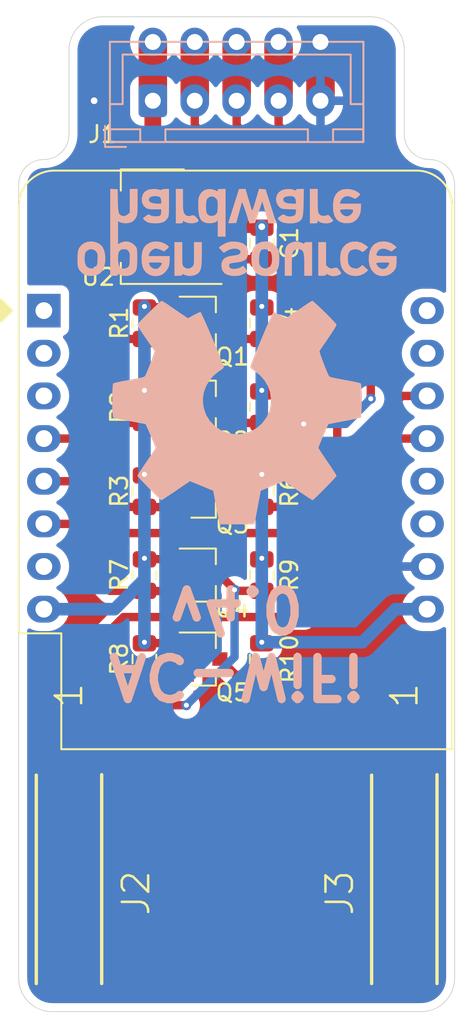
<source format=kicad_pcb>
(kicad_pcb (version 20211014) (generator pcbnew)
  (layers (0 "F.Cu" signal) (31 "B.Cu" signal) (34 "B.Paste" user) (35 "F.Paste" user) (36 "B.SilkS" user "B.Silkscreen") (37 "F.SilkS" user "F.Silkscreen") (38 "B.Mask" user) (39 "F.Mask" user) (44 "Edge.Cuts" user))
  (net 0 "")
  (net 1 "GND")
  (net 2 "+5V")
  (net 3 "MHI-MISO")
  (net 4 "MHI-SCK")
  (net 5 "MHI-MOSI")
  (net 6 "+12V")
  (net 7 "ESP-SCK")
  (net 8 "+3V3")
  (net 9 "ESP-MISO")
  (net 10 "ESP-MOSI")
  (net 11 "IRDIN")
  (net 12 "IRDOUT")
  (net 13 "ESP-IRDIN")
  (net 14 "ESP-IRDOUT")
  (footprint "Package_TO_SOT_SMD:SOT-23" (layer "F.Cu") (at 123 98.25)
    (fp_text reference "Q2" (at 1.75 2) (layer "F.SilkS"))
    (fp_text value "BSS138")
    (pad "1" smd rect locked (at -1 -0.95) (size 0.9 0.8) (layers "F.Cu" "F.Paste" "F.Mask") (net 8 "+3V3"))
    (pad "2" smd rect locked (at -1 0.95) (size 0.9 0.8) (layers "F.Cu" "F.Paste" "F.Mask") (net 9 "ESP-MISO"))
    (pad "3" smd rect locked (at 1 0) (size 0.9 0.8) (layers "F.Cu" "F.Paste" "F.Mask") (net 3 "MHI-MISO"))
  )
  (footprint "Package_TO_SOT_SMD:SOT-23" (layer "F.Cu") (at 123 103.25)
    (fp_text reference "Q3" (at 1.75 2) (layer "F.SilkS"))
    (fp_text value "BSS138")
    (pad "1" smd rect locked (at -1 -0.95) (size 0.9 0.8) (layers "F.Cu" "F.Paste" "F.Mask") (net 8 "+3V3"))
    (pad "2" smd rect locked (at -1 0.95) (size 0.9 0.8) (layers "F.Cu" "F.Paste" "F.Mask") (net 10 "ESP-MOSI"))
    (pad "3" smd rect locked (at 1 0) (size 0.9 0.8) (layers "F.Cu" "F.Paste" "F.Mask") (net 5 "MHI-MOSI"))
  )
  (footprint "Resistor_SMD:R_0805_2012Metric" (layer "F.Cu") (at 119.5 93.25 -90)
    (fp_text reference "R1" (at 0 1.5 90) (layer "F.SilkS"))
    (fp_text value "10k")
    (pad "1" smd roundrect locked (at -0.9375 0 270) (size 0.975 1.4) (layers "F.Cu" "F.Paste" "F.Mask") (net 8 "+3V3"))
    (pad "2" smd roundrect locked (at 0.9375 0 270) (size 0.975 1.4) (layers "F.Cu" "F.Paste" "F.Mask") (net 7 "ESP-SCK"))
  )
  (footprint "Resistor_SMD:R_0805_2012Metric" (layer "F.Cu") (at 119.5 103.25 -90)
    (fp_text reference "R3" (at 0 1.5 90) (layer "F.SilkS"))
    (fp_text value "10k")
    (pad "1" smd roundrect locked (at -0.9375 0 270) (size 0.975 1.4) (layers "F.Cu" "F.Paste" "F.Mask") (net 8 "+3V3"))
    (pad "2" smd roundrect locked (at 0.9375 0 270) (size 0.975 1.4) (layers "F.Cu" "F.Paste" "F.Mask") (net 10 "ESP-MOSI"))
  )
  (footprint "Resistor_SMD:R_0805_2012Metric" (layer "F.Cu") (at 126.5 93.25 -90)
    (fp_text reference "R4" (at 0 -1.65 90) (layer "F.SilkS"))
    (fp_text value "10k")
    (pad "1" smd roundrect locked (at -0.9375 0 270) (size 0.975 1.4) (layers "F.Cu" "F.Paste" "F.Mask") (net 2 "+5V"))
    (pad "2" smd roundrect locked (at 0.9375 0 270) (size 0.975 1.4) (layers "F.Cu" "F.Paste" "F.Mask") (net 4 "MHI-SCK"))
  )
  (footprint "Module:WEMOS_D1_mini_light" (layer "F.Cu") (at 113.5 92.5)
    (fp_text reference "U1" hide)
    (fp_text value "WeMos_D1_mini")
    (pad "1" thru_hole rect locked (at 0 0) (size 2 2) (drill 1) (layers *.Cu *.Mask))
    (pad "2" thru_hole oval locked (at 0 2.54) (size 2 1.6) (drill 1) (layers *.Cu *.Mask))
    (pad "3" thru_hole oval locked (at 0 5.08) (size 2 1.6) (drill 1) (layers *.Cu *.Mask))
    (pad "4" thru_hole oval locked (at 0 7.62) (size 2 1.6) (drill 1) (layers *.Cu *.Mask) (net 7 "ESP-SCK"))
    (pad "5" thru_hole oval locked (at 0 10.16) (size 2 1.6) (drill 1) (layers *.Cu *.Mask) (net 9 "ESP-MISO"))
    (pad "6" thru_hole oval locked (at 0 12.7) (size 2 1.6) (drill 1) (layers *.Cu *.Mask) (net 10 "ESP-MOSI"))
    (pad "7" thru_hole oval locked (at 0 15.24) (size 2 1.6) (drill 1) (layers *.Cu *.Mask))
    (pad "8" thru_hole oval locked (at 0 17.78) (size 2 1.6) (drill 1) (layers *.Cu *.Mask) (net 8 "+3V3"))
    (pad "9" thru_hole oval locked (at 22.86 17.78) (size 2 1.6) (drill 1) (layers *.Cu *.Mask) (net 2 "+5V"))
    (pad "10" thru_hole oval locked (at 22.86 15.24) (size 2 1.6) (drill 1) (layers *.Cu *.Mask) (net 1 "GND"))
    (pad "11" thru_hole oval locked (at 22.86 12.7) (size 2 1.6) (drill 1) (layers *.Cu *.Mask))
    (pad "12" thru_hole oval locked (at 22.86 10.16) (size 2 1.6) (drill 1) (layers *.Cu *.Mask))
    (pad "13" thru_hole oval locked (at 22.86 7.62) (size 2 1.6) (drill 1) (layers *.Cu *.Mask) (net 14 "ESP-IRDOUT"))
    (pad "14" thru_hole oval locked (at 22.86 5.08) (size 2 1.6) (drill 1) (layers *.Cu *.Mask) (net 13 "ESP-IRDIN"))
    (pad "15" thru_hole oval locked (at 22.86 2.54) (size 2 1.6) (drill 1) (layers *.Cu *.Mask))
    (pad "16" thru_hole oval locked (at 22.86 0) (size 2 1.6) (drill 1) (layers *.Cu *.Mask))
  )
  (footprint "Package_TO_SOT_SMD:SOT-223-3_TabPin2" (layer "F.Cu") (at 120 87.5 180)
    (fp_text reference "U2" (at 3.25 -3) (layer "F.SilkS"))
    (fp_text value "LD1117S50TR")
    (pad "1" smd rect locked (at -3.15 -2.3 180) (size 2 1.5) (layers "F.Cu" "F.Paste" "F.Mask") (net 1 "GND"))
    (pad "2" smd rect locked (at 3.15 0 180) (size 2 3.8) (layers "F.Cu" "F.Paste" "F.Mask") (net 2 "+5V"))
    (pad "2" smd rect locked (at -3.15 0 180) (size 2 1.5) (layers "F.Cu" "F.Paste" "F.Mask") (net 2 "+5V"))
    (pad "3" smd rect locked (at -3.15 2.3 180) (size 2 1.5) (layers "F.Cu" "F.Paste" "F.Mask") (net 6 "+12V"))
  )
  (footprint "Capacitor_SMD:C_0805_2012Metric" (layer "F.Cu") (at 126.5 88.5 -90)
    (fp_text reference "C1" (at 0 -1.65 90) (layer "F.SilkS"))
    (fp_text value "10uF, 0805")
    (pad "1" smd roundrect locked (at -0.9375 0 270) (size 0.975 1.4) (layers "F.Cu" "F.Paste" "F.Mask") (net 2 "+5V"))
    (pad "2" smd roundrect locked (at 0.9375 0 270) (size 0.975 1.4) (layers "F.Cu" "F.Paste" "F.Mask") (net 1 "GND"))
  )
  (footprint "Package_TO_SOT_SMD:SOT-23" (layer "F.Cu") (at 123 93.25)
    (fp_text reference "Q1" (at 1.75 2) (layer "F.SilkS"))
    (fp_text value "BSS138")
    (pad "1" smd rect locked (at -1 -0.95) (size 0.9 0.8) (layers "F.Cu" "F.Paste" "F.Mask") (net 8 "+3V3"))
    (pad "2" smd rect locked (at -1 0.95) (size 0.9 0.8) (layers "F.Cu" "F.Paste" "F.Mask") (net 7 "ESP-SCK"))
    (pad "3" smd rect locked (at 1 0) (size 0.9 0.8) (layers "F.Cu" "F.Paste" "F.Mask") (net 4 "MHI-SCK"))
  )
  (footprint "Resistor_SMD:R_0805_2012Metric" (layer "F.Cu") (at 126.5 98.25 -90)
    (fp_text reference "R5" (at 0 -1.65 90) (layer "F.SilkS"))
    (fp_text value "10k")
    (pad "1" smd roundrect locked (at -0.9375 0 270) (size 0.975 1.4) (layers "F.Cu" "F.Paste" "F.Mask") (net 2 "+5V"))
    (pad "2" smd roundrect locked (at 0.9375 0 270) (size 0.975 1.4) (layers "F.Cu" "F.Paste" "F.Mask") (net 3 "MHI-MISO"))
  )
  (footprint "Resistor_SMD:R_0805_2012Metric" (layer "F.Cu") (at 119.5 98.25 -90)
    (fp_text reference "R2" (at 0 1.5 90) (layer "F.SilkS"))
    (fp_text value "10k")
    (pad "1" smd roundrect locked (at -0.9375 0 270) (size 0.975 1.4) (layers "F.Cu" "F.Paste" "F.Mask") (net 8 "+3V3"))
    (pad "2" smd roundrect locked (at 0.9375 0 270) (size 0.975 1.4) (layers "F.Cu" "F.Paste" "F.Mask") (net 9 "ESP-MISO"))
  )
  (footprint "Resistor_SMD:R_0805_2012Metric" (layer "F.Cu") (at 126.5 103.25 -90)
    (fp_text reference "R6" (at 0 -1.65 90) (layer "F.SilkS"))
    (fp_text value "10k")
    (pad "1" smd roundrect locked (at -0.9375 0 270) (size 0.975 1.4) (layers "F.Cu" "F.Paste" "F.Mask") (net 2 "+5V"))
    (pad "2" smd roundrect locked (at 0.9375 0 270) (size 0.975 1.4) (layers "F.Cu" "F.Paste" "F.Mask") (net 5 "MHI-MOSI"))
  )
  (footprint "Package_TO_SOT_SMD:SOT-23" (layer "F.Cu") (at 123 108.25)
    (fp_text reference "Q4" (at 1.75 2) (layer "F.SilkS"))
    (fp_text value "BSS138")
    (pad "1" smd rect locked (at -1 -0.95) (size 0.9 0.8) (layers "F.Cu" "F.Paste" "F.Mask") (net 8 "+3V3"))
    (pad "2" smd rect locked (at -1 0.95) (size 0.9 0.8) (layers "F.Cu" "F.Paste" "F.Mask") (net 13 "ESP-IRDIN"))
    (pad "3" smd rect locked (at 1 0) (size 0.9 0.8) (layers "F.Cu" "F.Paste" "F.Mask") (net 11 "IRDIN"))
  )
  (footprint "Package_TO_SOT_SMD:SOT-23" (layer "F.Cu") (at 123 113.25)
    (fp_text reference "Q5" (at 1.75 2) (layer "F.SilkS"))
    (fp_text value "BSS138")
    (pad "1" smd rect locked (at -1 -0.95) (size 0.9 0.8) (layers "F.Cu" "F.Paste" "F.Mask") (net 8 "+3V3"))
    (pad "2" smd rect locked (at -1 0.95) (size 0.9 0.8) (layers "F.Cu" "F.Paste" "F.Mask") (net 14 "ESP-IRDOUT"))
    (pad "3" smd rect locked (at 1 0) (size 0.9 0.8) (layers "F.Cu" "F.Paste" "F.Mask") (net 12 "IRDOUT"))
  )
  (footprint "Resistor_SMD:R_0805_2012Metric" (layer "F.Cu") (at 119.5 108.25 -90)
    (fp_text reference "R7" (at 0 1.5 90) (layer "F.SilkS"))
    (fp_text value "10k")
    (pad "1" smd roundrect locked (at -0.9375 0 270) (size 0.975 1.4) (layers "F.Cu" "F.Paste" "F.Mask") (net 8 "+3V3"))
    (pad "2" smd roundrect locked (at 0.9375 0 270) (size 0.975 1.4) (layers "F.Cu" "F.Paste" "F.Mask") (net 13 "ESP-IRDIN"))
  )
  (footprint "Resistor_SMD:R_0805_2012Metric" (layer "F.Cu") (at 119.5 113.25 -90)
    (fp_text reference "R8" (at 0 1.5 90) (layer "F.SilkS"))
    (fp_text value "10k")
    (pad "1" smd roundrect locked (at -0.9375 0 270) (size 0.975 1.4) (layers "F.Cu" "F.Paste" "F.Mask") (net 8 "+3V3"))
    (pad "2" smd roundrect locked (at 0.9375 0 270) (size 0.975 1.4) (layers "F.Cu" "F.Paste" "F.Mask") (net 14 "ESP-IRDOUT"))
  )
  (footprint "Resistor_SMD:R_0805_2012Metric" (layer "F.Cu") (at 126.5 108.25 -90)
    (fp_text reference "R9" (at 0 -1.65 90) (layer "F.SilkS"))
    (fp_text value "10k")
    (pad "1" smd roundrect locked (at -0.9375 0 270) (size 0.975 1.4) (layers "F.Cu" "F.Paste" "F.Mask") (net 2 "+5V"))
    (pad "2" smd roundrect locked (at 0.9375 0 270) (size 0.975 1.4) (layers "F.Cu" "F.Paste" "F.Mask") (net 11 "IRDIN"))
  )
  (footprint "Resistor_SMD:R_0805_2012Metric" (layer "F.Cu") (at 126.5 113.25 -90)
    (fp_text reference "R10" (at 0 -1.65 90) (layer "F.SilkS"))
    (fp_text value "10k")
    (pad "1" smd roundrect locked (at -0.9375 0 270) (size 0.975 1.4) (layers "F.Cu" "F.Paste" "F.Mask") (net 2 "+5V"))
    (pad "2" smd roundrect locked (at 0.9375 0 270) (size 0.975 1.4) (layers "F.Cu" "F.Paste" "F.Mask") (net 12 "IRDOUT"))
  )
  (footprint "wago:P-2060-451_998-404" (layer "F.Cu") (at 115 127 90)
    (fp_text reference "J2" (at -0.185 4 90) (layer "F.SilkS") (effects (font (size 1.574803 1.574803))))
    (fp_text value "2060-451/998-404" hide)
    (fp_text user "1" (at 11.575 0 90) (layer "F.SilkS") (effects (font (size 1.574803 1.574803))))
    (pad "L1.1" smd rect locked (at 4.125 0 90) (size 6 2) (layers "F.Cu" "F.Paste" "F.Mask") (net 11 "IRDIN"))
    (pad "L1.2" smd rect locked (at -4.225 0 90) (size 3.5 2) (layers "F.Cu" "F.Paste" "F.Mask") (net 11 "IRDIN"))
  )
  (footprint "wago:P-2060-451_998-404" (layer "F.Cu") (at 135 127 90)
    (fp_text reference "J3" (at -0.185 -3.85 90) (layer "F.SilkS") (effects (font (size 1.574803 1.574803))))
    (fp_text value "2060-451/998-404" hide)
    (fp_text user "1" (at 11.575 0 90) (layer "F.SilkS") (effects (font (size 1.574803 1.574803))))
    (pad "L1.1" smd rect locked (at 4.125 0 90) (size 6 2) (layers "F.Cu" "F.Paste" "F.Mask") (net 12 "IRDOUT"))
    (pad "L1.2" smd rect locked (at -4.225 0 90) (size 3.5 2) (layers "F.Cu" "F.Paste" "F.Mask") (net 12 "IRDOUT"))
  )
  (footprint "Connector_JST:JST_XH_B5B-XH-A_1x05_P2.50mm_Vertical" (layer "B.Cu") (at 120 80)
    (fp_text reference "J1" (at -3 2 180) (layer "F.SilkS"))
    (fp_text value "CNS")
    (pad "1" thru_hole roundrect locked (at 0 0) (size 1.7 1.95) (drill 0.95) (layers *.Cu *.Mask) (roundrect_rratio 0.1470588235) (net 6 "+12V"))
    (pad "2" thru_hole oval locked (at 2.5 0) (size 1.7 1.95) (drill 0.95) (layers *.Cu *.Mask) (net 4 "MHI-SCK"))
    (pad "3" thru_hole oval locked (at 5 0) (size 1.7 1.95) (drill 0.95) (layers *.Cu *.Mask) (net 5 "MHI-MOSI"))
    (pad "4" thru_hole oval locked (at 7.5 0) (size 1.7 1.95) (drill 0.95) (layers *.Cu *.Mask) (net 3 "MHI-MISO"))
    (pad "5" thru_hole oval locked (at 10 0) (size 1.7 1.95) (drill 0.95) (layers *.Cu *.Mask) (net 1 "GND"))
  )
  (footprint "Symbol:OSHW-Logo_19x20mm_SilkScreen" (layer "B.Cu") (at 125 95.25)
    (fp_text reference "REF**" hide)
    (fp_text value "OSHW-Logo_19x20mm_SilkScreen" hide)
  )
  (gr_line (start 112 87) (end 112 85) (layer "Edge.Cuts") (width 0.05))
  (gr_line (start 138 87) (end 138 85) (layer "Edge.Cuts") (width 0.05))
  (gr_line (start 138 118.5) (end 138 116) (layer "Edge.Cuts") (width 0.05))
  (gr_line (start 136 134.25) (end 135 134.25) (layer "Edge.Cuts") (width 0.05))
  (gr_line (start 138 119) (end 138 132.25) (layer "Edge.Cuts") (width 0.05))
  (gr_line (start 114 134.25) (end 115 134.25) (layer "Edge.Cuts") (width 0.05))
  (gr_arc (start 138 132.25) (mid 137.414214 133.664214) (end 136 134.25) (layer "Edge.Cuts") (width 0.05))
  (gr_arc (start 115 77) (mid 115.585786 75.585786) (end 117 75) (layer "Edge.Cuts") (width 0.05))
  (gr_line (start 138 87) (end 138 116) (layer "Edge.Cuts") (width 0.05))
  (gr_line (start 115 77) (end 115 82) (layer "Edge.Cuts") (width 0.05))
  (gr_arc (start 112 85) (mid 112.43934 83.93934) (end 113.5 83.5) (layer "Edge.Cuts") (width 0.05))
  (gr_line (start 112 116) (end 112 87) (layer "Edge.Cuts") (width 0.05))
  (gr_line (start 138 118.5) (end 138 119) (layer "Edge.Cuts") (width 0.05))
  (gr_line (start 135 134.25) (end 115 134.25) (layer "Edge.Cuts") (width 0.05))
  (gr_arc (start 136.5 83.5) (mid 135.43934 83.06066) (end 135 82) (layer "Edge.Cuts") (width 0.05))
  (gr_line (start 117 75) (end 133 75) (layer "Edge.Cuts") (width 0.05))
  (gr_line (start 135 77) (end 135 82) (layer "Edge.Cuts") (width 0.05))
  (gr_arc (start 136.5 83.5) (mid 137.56066 83.93934) (end 138 85) (layer "Edge.Cuts") (width 0.05))
  (gr_line (start 112 116) (end 112 132.25) (layer "Edge.Cuts") (width 0.05))
  (gr_arc (start 115 82) (mid 114.56066 83.06066) (end 113.5 83.5) (layer "Edge.Cuts") (width 0.05))
  (gr_arc (start 133 75) (mid 134.414214 75.585786) (end 135 77) (layer "Edge.Cuts") (width 0.05))
  (gr_arc (start 114 134.25) (mid 112.585786 133.664214) (end 112 132.25) (layer "Edge.Cuts") (width 0.05))
  (gr_text "AC-WiFi\nv4.0" (at 125 112.25 180) (layer "B.SilkS") (effects (font (size 2.5 2.5) (thickness 0.5)) (justify mirror)))
  (segment (start 130 76.5) (end 130 80) (width 1.7) (layer "F.Cu") (net 1))
  (via (at 130 76.5) (size 1.7) (drill 0.95) (layers "F.Cu" "B.Cu") (net 1))
  (via (at 116.5 80) (size 0.8) (drill 0.4) (layers "F.Cu" "B.Cu") (net 1))
  (segment (start 116.85 87.5) (end 126.5 87.5) (width 0.75) (layer "F.Cu") (net 2))
  (via (at 126.5 102.25) (size 0.6) (drill 0.3) (layers "F.Cu" "B.Cu") (net 2))
  (via (at 126.5 112.25) (size 0.6) (drill 0.3) (layers "F.Cu" "B.Cu") (net 2))
  (via (at 126.5 107.25) (size 0.6) (drill 0.3) (layers "F.Cu" "B.Cu") (net 2))
  (via (at 126.5 92.25) (size 0.6) (drill 0.3) (layers "F.Cu" "B.Cu") (net 2))
  (via (at 126.5 97.25) (size 0.6) (drill 0.3) (layers "F.Cu" "B.Cu") (net 2))
  (via (at 126.5 87.5) (size 0.8) (drill 0.4) (layers "F.Cu" "B.Cu") (net 2))
  (segment (start 132.5 112.25) (end 134.47 110.28) (width 0.75) (layer "B.Cu") (net 2))
  (segment (start 126.5 87.5) (end 126.5 112.3125) (width 0.75) (layer "B.Cu") (net 2))
  (segment (start 126.5 102.25) (end 126.5 104.75) (width 0.75) (layer "B.Cu") (net 2))
  (segment (start 132.5 112.25) (end 126.5 112.25) (width 0.75) (layer "B.Cu") (net 2))
  (segment (start 134.47 110.28) (end 136.36 110.28) (width 0.75) (layer "B.Cu") (net 2))
  (segment (start 124.9375 99.1875) (end 126.5 99.1875) (width 0.5) (layer "F.Cu") (net 3))
  (segment (start 124 98.25) (end 124.9375 99.1875) (width 0.5) (layer "F.Cu") (net 3))
  (segment (start 127.5 80) (end 127.5 81.475) (width 0.5) (layer "F.Cu") (net 3))
  (segment (start 127.5 81.475) (end 133 86.975) (width 0.5) (layer "F.Cu") (net 3))
  (segment (start 127.5 76.5) (end 127.5 80) (width 1.7) (layer "F.Cu") (net 3))
  (segment (start 126.5 99.1875) (end 128.9375 99.1875) (width 0.5) (layer "F.Cu") (net 3))
  (segment (start 128.9375 99.1875) (end 129 99.25) (width 0.5) (layer "F.Cu") (net 3))
  (segment (start 133 86.975) (end 133 97.75) (width 0.5) (layer "F.Cu") (net 3))
  (via (at 129 99.25) (size 0.6) (drill 0.3) (layers "F.Cu" "B.Cu") (net 3))
  (via (at 133 97.75) (size 0.6) (drill 0.3) (layers "F.Cu" "B.Cu") (net 3))
  (via (at 127.5 76.5) (size 1.7) (drill 0.95) (layers "F.Cu" "B.Cu") (net 3))
  (segment (start 129 99.25) (end 131.5 99.25) (width 0.5) (layer "B.Cu") (net 3))
  (segment (start 131.5 99.25) (end 133 97.75) (width 0.5) (layer "B.Cu") (net 3))
  (segment (start 127.5 86.475) (end 127.5 86.5) (width 0.5) (layer "F.Cu") (net 4))
  (segment (start 129 88) (end 129 93.5) (width 0.5) (layer "F.Cu") (net 4))
  (segment (start 127.5 86.5) (end 129 88) (width 0.5) (layer "F.Cu") (net 4))
  (segment (start 128.3125 94.1875) (end 126.5 94.1875) (width 0.5) (layer "F.Cu") (net 4))
  (segment (start 124 93.25) (end 124.9375 94.1875) (width 0.5) (layer "F.Cu") (net 4))
  (segment (start 129 93.5) (end 128.3125 94.1875) (width 0.5) (layer "F.Cu") (net 4))
  (segment (start 124.9375 94.1875) (end 126.5 94.1875) (width 0.5) (layer "F.Cu") (net 4))
  (segment (start 122.5 80) (end 122.5 81.475) (width 0.5) (layer "F.Cu") (net 4))
  (segment (start 122.5 76.5) (end 122.5 80) (width 1.7) (layer "F.Cu") (net 4))
  (segment (start 122.5 81.475) (end 127.5 86.475) (width 0.5) (layer "F.Cu") (net 4))
  (via (at 122.5 76.5) (size 1.7) (drill 0.95) (layers "F.Cu" "B.Cu") (net 4))
  (segment (start 124 103.25) (end 124.9375 104.1875) (width 0.5) (layer "F.Cu") (net 5))
  (segment (start 125 81.475) (end 131 87.475) (width 0.5) (layer "F.Cu") (net 5))
  (segment (start 124.9375 104.1875) (end 126.5 104.1875) (width 0.5) (layer "F.Cu") (net 5))
  (segment (start 125 76.5) (end 125 80) (width 1.7) (layer "F.Cu") (net 5))
  (segment (start 129.5625 104.1875) (end 126.5 104.1875) (width 0.5) (layer "F.Cu") (net 5))
  (segment (start 131 87.475) (end 131 102.75) (width 0.5) (layer "F.Cu") (net 5))
  (segment (start 131 102.75) (end 129.5625 104.1875) (width 0.5) (layer "F.Cu") (net 5))
  (segment (start 125 80) (end 125 81.475) (width 0.5) (layer "F.Cu") (net 5))
  (via (at 125 76.5) (size 1.7) (drill 0.95) (layers "F.Cu" "B.Cu") (net 5))
  (segment (start 120 76.5) (end 120 80) (width 1.7) (layer "F.Cu") (net 6))
  (segment (start 120 80) (end 120 84.5) (width 1) (layer "F.Cu") (net 6))
  (segment (start 120 84.5) (end 120.7 85.2) (width 1) (layer "F.Cu") (net 6))
  (segment (start 120.7 85.2) (end 123.15 85.2) (width 1) (layer "F.Cu") (net 6))
  (via (at 120 76.5) (size 1.7) (drill 0.95) (layers "F.Cu" "B.Cu") (net 6))
  (via (at 120 80) (size 0.8) (drill 0.4) (layers "F.Cu" "B.Cu") (net 6))
  (segment (start 116.8125 94.1875) (end 119.5 94.1875) (width 0.5) (layer "F.Cu") (net 7))
  (segment (start 119.5125 94.2) (end 119.5 94.1875) (width 0.5) (layer "F.Cu") (net 7))
  (segment (start 116 95) (end 116.8125 94.1875) (width 0.5) (layer "F.Cu") (net 7))
  (segment (start 116 99.5) (end 116 95) (width 0.5) (layer "F.Cu") (net 7))
  (segment (start 115.38 100.12) (end 116 99.5) (width 0.5) (layer "F.Cu") (net 7))
  (segment (start 122 94.2) (end 119.5125 94.2) (width 0.5) (layer "F.Cu") (net 7))
  (segment (start 113.5 100.12) (end 115.38 100.12) (width 0.5) (layer "F.Cu") (net 7))
  (segment (start 122 112.3) (end 119.55 112.3) (width 0.5) (layer "F.Cu") (net 8))
  (segment (start 122 107.3) (end 119.55 107.3) (width 0.5) (layer "F.Cu") (net 8))
  (segment (start 122 92.3) (end 119.5125 92.3) (width 0.5) (layer "F.Cu") (net 8))
  (segment (start 119.55 102.3) (end 119.5 102.25) (width 0.5) (layer "F.Cu") (net 8))
  (segment (start 122 102.3) (end 119.55 102.3) (width 0.5) (layer "F.Cu") (net 8))
  (segment (start 119.5125 92.3) (end 119.5 92.3125) (width 0.5) (layer "F.Cu") (net 8))
  (segment (start 122 97.3) (end 119.55 97.3) (width 0.5) (layer "F.Cu") (net 8))
  (segment (start 119.55 97.3) (end 119.5 97.25) (width 0.5) (layer "F.Cu") (net 8))
  (via (at 119.5 102.25) (size 0.6) (drill 0.3) (layers "F.Cu" "B.Cu") (net 8))
  (via (at 119.5 112.25) (size 0.6) (drill 0.3) (layers "F.Cu" "B.Cu") (net 8))
  (via (at 119.5 107.25) (size 0.6) (drill 0.3) (layers "F.Cu" "B.Cu") (net 8))
  (via (at 119.5 97.25) (size 0.6) (drill 0.3) (layers "F.Cu" "B.Cu") (net 8))
  (via (at 119.5 92.25) (size 0.6) (drill 0.3) (layers "F.Cu" "B.Cu") (net 8))
  (segment (start 119.5 108.5) (end 117.72 110.28) (width 0.75) (layer "B.Cu") (net 8))
  (segment (start 117.72 110.28) (end 113.5 110.28) (width 0.75) (layer "B.Cu") (net 8))
  (segment (start 119.5 92.25) (end 119.5 102.25) (width 0.75) (layer "B.Cu") (net 8))
  (segment (start 119.5 102.25) (end 119.5 112.3125) (width 0.75) (layer "B.Cu") (net 8))
  (segment (start 119.5125 99.2) (end 119.5 99.1875) (width 0.5) (layer "F.Cu") (net 9))
  (segment (start 113.7775 102.9375) (end 113.5 102.66) (width 0.5) (layer "F.Cu") (net 9))
  (segment (start 113.5 102.66) (end 115.59 102.66) (width 0.5) (layer "F.Cu") (net 9))
  (segment (start 117.25 100) (end 118.0625 99.1875) (width 0.5) (layer "F.Cu") (net 9))
  (segment (start 122 99.2) (end 119.5125 99.2) (width 0.5) (layer "F.Cu") (net 9))
  (segment (start 118.0625 99.1875) (end 119.5 99.1875) (width 0.5) (layer "F.Cu") (net 9))
  (segment (start 115.59 102.66) (end 117.25 101) (width 0.5) (layer "F.Cu") (net 9))
  (segment (start 117.25 101) (end 117.25 100) (width 0.5) (layer "F.Cu") (net 9))
  (segment (start 113.5 105.2) (end 116.3 105.2) (width 0.5) (layer "F.Cu") (net 10))
  (segment (start 122 104.2) (end 119.5125 104.2) (width 0.5) (layer "F.Cu") (net 10))
  (segment (start 116.3 105.2) (end 117.3125 104.1875) (width 0.5) (layer "F.Cu") (net 10))
  (segment (start 119.5125 104.2) (end 119.5 104.1875) (width 0.5) (layer "F.Cu") (net 10))
  (segment (start 117.3125 104.1875) (end 119.5 104.1875) (width 0.5) (layer "F.Cu") (net 10))
  (segment (start 124.9375 109.1875) (end 126.5 109.1875) (width 0.5) (layer "F.Cu") (net 11))
  (segment (start 124 108.25) (end 124.875 109.125) (width 0.5) (layer "F.Cu") (net 11))
  (segment (start 124.875 109.125) (end 124.9375 109.1875) (width 0.5) (layer "F.Cu") (net 11))
  (segment (start 122 116) (end 117 116) (width 0.5) (layer "F.Cu") (net 11))
  (segment (start 115 118) (end 115 131.225) (width 0.5) (layer "F.Cu") (net 11))
  (segment (start 117 116) (end 115 118) (width 0.5) (layer "F.Cu") (net 11))
  (via (at 122 116) (size 0.6) (drill 0.3) (layers "F.Cu" "B.Cu") (net 11))
  (via (at 124.875 109.125) (size 0.6) (drill 0.3) (layers "F.Cu" "B.Cu") (net 11))
  (segment (start 124.875 109.125) (end 124.875 113.125) (width 0.5) (layer "B.Cu") (net 11))
  (segment (start 124.875 113.125) (end 122 116) (width 0.5) (layer "B.Cu") (net 11))
  (segment (start 124 113.25) (end 124.9375 114.1875) (width 0.5) (layer "F.Cu") (net 12))
  (segment (start 135 117) (end 132.1875 114.1875) (width 0.5) (layer "F.Cu") (net 12))
  (segment (start 124.9375 114.1875) (end 126.5 114.1875) (width 0.5) (layer "F.Cu") (net 12))
  (segment (start 135 131.225) (end 135 117) (width 0.5) (layer "F.Cu") (net 12))
  (segment (start 132.1875 114.1875) (end 126.5 114.1875) (width 0.5) (layer "F.Cu") (net 12))
  (segment (start 122 109.2) (end 119.5125 109.2) (width 0.5) (layer "F.Cu") (net 13))
  (segment (start 134.86 97.58) (end 132.25 100.19) (width 0.5) (layer "F.Cu") (net 13))
  (segment (start 136.36 97.58) (end 134.86 97.58) (width 0.5) (layer "F.Cu") (net 13))
  (segment (start 118.25 105.75) (end 117 107) (width 0.5) (layer "F.Cu") (net 13))
  (segment (start 117.4375 109.1875) (end 119.5 109.1875) (width 0.5) (layer "F.Cu") (net 13))
  (segment (start 132.25 103.5) (end 130 105.75) (width 0.5) (layer "F.Cu") (net 13))
  (segment (start 117 108.75) (end 117.4375 109.1875) (width 0.5) (layer "F.Cu") (net 13))
  (segment (start 117 107) (end 117 108.75) (width 0.5) (layer "F.Cu") (net 13))
  (segment (start 130 105.75) (end 118.25 105.75) (width 0.5) (layer "F.Cu") (net 13))
  (segment (start 132.25 100.19) (end 132.25 103.5) (width 0.5) (layer "F.Cu") (net 13))
  (segment (start 117.4375 114.1875) (end 119.5 114.1875) (width 0.5) (layer "F.Cu") (net 14))
  (segment (start 117 112) (end 117 113.75) (width 0.5) (layer "F.Cu") (net 14))
  (segment (start 129 110.75) (end 118.25 110.75) (width 0.5) (layer "F.Cu") (net 14))
  (segment (start 118.25 110.75) (end 117 112) (width 0.5) (layer "F.Cu") (net 14))
  (segment (start 136.36 100.12) (end 134.38 100.12) (width 0.5) (layer "F.Cu") (net 14))
  (segment (start 133.5 101) (end 133.5 106.25) (width 0.5) (layer "F.Cu") (net 14))
  (segment (start 117 113.75) (end 117.4375 114.1875) (width 0.5) (layer "F.Cu") (net 14))
  (segment (start 133.5 106.25) (end 129 110.75) (width 0.5) (layer "F.Cu") (net 14))
  (segment (start 122 114.2) (end 119.5125 114.2) (width 0.5) (layer "F.Cu") (net 14))
  (segment (start 134.38 100.12) (end 133.5 101) (width 0.5) (layer "F.Cu") (net 14))
  (zone (net 1) (net_name "GND") (layer "F.Cu") (connect_pads (clearance 0.508)) (min_thickness 0.254) (fill yes (thermal_gap 0.508) (thermal_bridge_width 0.508))
    (polygon (pts (xy 111 74) (xy 139 74) (xy 139 135) (xy 111 135)))
  )
  (zone (net 1) (net_name "GND") (layer "B.Cu") (connect_pads (clearance 0.508)) (min_thickness 0.254) (fill yes (thermal_gap 0.508) (thermal_bridge_width 0.508))
    (polygon (pts (xy 111 74) (xy 139 74) (xy 139 135) (xy 111 135)))
  )
)
</source>
